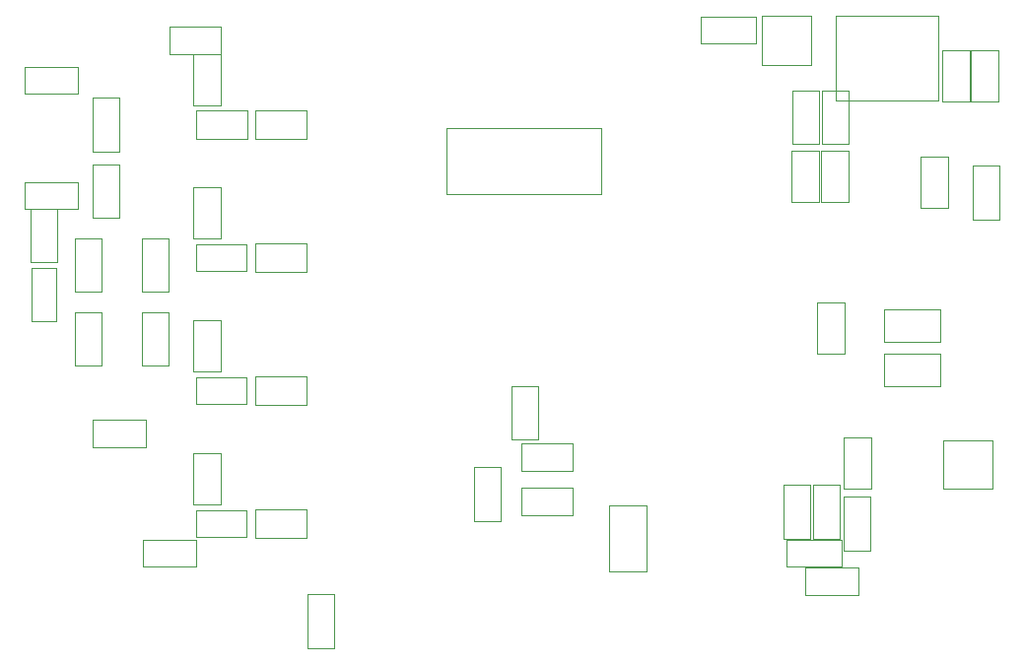
<source format=gbr>
G04 #@! TF.FileFunction,Other,User*
%FSLAX46Y46*%
G04 Gerber Fmt 4.6, Leading zero omitted, Abs format (unit mm)*
G04 Created by KiCad (PCBNEW 4.0.7) date 09/09/18 14:09:12*
%MOMM*%
%LPD*%
G01*
G04 APERTURE LIST*
%ADD10C,0.100000*%
%ADD11C,0.050000*%
G04 APERTURE END LIST*
D10*
D11*
X205006520Y-69440480D02*
X205006520Y-65240480D01*
X209206520Y-69440480D02*
X209206520Y-65240480D01*
X209206520Y-65240480D02*
X205006520Y-65240480D01*
X209206520Y-69440480D02*
X205006520Y-69440480D01*
X208743520Y-114972480D02*
X213343520Y-114972480D01*
X208743520Y-112672480D02*
X213343520Y-112672480D01*
X208743520Y-114972480D02*
X208743520Y-112672480D01*
X213343520Y-114972480D02*
X213343520Y-112672480D01*
X206845520Y-105503480D02*
X206845520Y-110203480D01*
X206845520Y-110203480D02*
X209145520Y-110203480D01*
X209145520Y-110203480D02*
X209145520Y-105503480D01*
X206845520Y-105503480D02*
X209145520Y-105503480D01*
X211685520Y-110203480D02*
X211685520Y-105503480D01*
X211685520Y-105503480D02*
X209385520Y-105503480D01*
X209385520Y-105503480D02*
X209385520Y-110203480D01*
X211685520Y-110203480D02*
X209385520Y-110203480D01*
X220301520Y-97061480D02*
X215501520Y-97061480D01*
X215501520Y-97061480D02*
X215501520Y-94261480D01*
X220301520Y-94261480D02*
X220301520Y-97061480D01*
X220301520Y-94261480D02*
X215501520Y-94261480D01*
X220301520Y-93251480D02*
X215501520Y-93251480D01*
X215501520Y-93251480D02*
X215501520Y-90451480D01*
X220301520Y-90451480D02*
X220301520Y-93251480D01*
X220301520Y-90451480D02*
X215501520Y-90451480D01*
X209716520Y-89905480D02*
X209716520Y-94305480D01*
X212116520Y-89905480D02*
X212116520Y-94305480D01*
X209716520Y-89905480D02*
X212116520Y-89905480D01*
X209716520Y-94305480D02*
X212116520Y-94305480D01*
X154106520Y-68540480D02*
X158506520Y-68540480D01*
X154106520Y-66140480D02*
X158506520Y-66140480D01*
X154106520Y-68540480D02*
X154106520Y-66140480D01*
X158506520Y-68540480D02*
X158506520Y-66140480D01*
X221006520Y-81732480D02*
X221006520Y-77332480D01*
X218606520Y-81732480D02*
X218606520Y-77332480D01*
X221006520Y-81732480D02*
X218606520Y-81732480D01*
X221006520Y-77332480D02*
X218606520Y-77332480D01*
X224827520Y-105889480D02*
X220627520Y-105889480D01*
X224827520Y-101689480D02*
X220627520Y-101689480D01*
X220627520Y-101689480D02*
X220627520Y-105889480D01*
X224827520Y-101689480D02*
X224827520Y-105889480D01*
X207169520Y-112559480D02*
X211869520Y-112559480D01*
X211869520Y-112559480D02*
X211869520Y-110259480D01*
X211869520Y-110259480D02*
X207169520Y-110259480D01*
X207169520Y-112559480D02*
X207169520Y-110259480D01*
X214352520Y-111169480D02*
X214352520Y-106569480D01*
X212052520Y-111169480D02*
X212052520Y-106569480D01*
X214352520Y-111169480D02*
X212052520Y-111169480D01*
X214352520Y-106569480D02*
X212052520Y-106569480D01*
X214402520Y-105862480D02*
X214402520Y-101462480D01*
X212002520Y-105862480D02*
X212002520Y-101462480D01*
X214402520Y-105862480D02*
X212002520Y-105862480D01*
X214402520Y-101462480D02*
X212002520Y-101462480D01*
X223101520Y-78121480D02*
X223101520Y-82721480D01*
X225401520Y-78121480D02*
X225401520Y-82721480D01*
X223101520Y-78121480D02*
X225401520Y-78121480D01*
X223101520Y-82721480D02*
X225401520Y-82721480D01*
X225324520Y-72588480D02*
X225324520Y-68188480D01*
X222924520Y-72588480D02*
X222924520Y-68188480D01*
X225324520Y-72588480D02*
X222924520Y-72588480D01*
X225324520Y-68188480D02*
X222924520Y-68188480D01*
X220511520Y-68188480D02*
X220511520Y-72588480D01*
X222911520Y-68188480D02*
X222911520Y-72588480D01*
X220511520Y-68188480D02*
X222911520Y-68188480D01*
X220511520Y-72588480D02*
X222911520Y-72588480D01*
X212497520Y-81224480D02*
X212497520Y-76824480D01*
X210097520Y-81224480D02*
X210097520Y-76824480D01*
X212497520Y-81224480D02*
X210097520Y-81224480D01*
X212497520Y-76824480D02*
X210097520Y-76824480D01*
X209957520Y-81224480D02*
X209957520Y-76824480D01*
X207557520Y-81224480D02*
X207557520Y-76824480D01*
X209957520Y-81224480D02*
X207557520Y-81224480D01*
X209957520Y-76824480D02*
X207557520Y-76824480D01*
X210147520Y-71644480D02*
X210147520Y-76244480D01*
X212447520Y-71644480D02*
X212447520Y-76244480D01*
X210147520Y-71644480D02*
X212447520Y-71644480D01*
X210147520Y-76244480D02*
X212447520Y-76244480D01*
X207607520Y-71644480D02*
X207607520Y-76244480D01*
X209907520Y-71644480D02*
X209907520Y-76244480D01*
X207607520Y-71644480D02*
X209907520Y-71644480D01*
X207607520Y-76244480D02*
X209907520Y-76244480D01*
X211342520Y-65264480D02*
X220142520Y-65264480D01*
X211342520Y-72464480D02*
X211342520Y-65264480D01*
X220142520Y-72464480D02*
X211342520Y-72464480D01*
X220142520Y-65264480D02*
X220142520Y-72464480D01*
X204503520Y-65301480D02*
X199803520Y-65301480D01*
X199803520Y-65301480D02*
X199803520Y-67601480D01*
X199803520Y-67601480D02*
X204503520Y-67601480D01*
X204503520Y-65301480D02*
X204503520Y-67601480D01*
X177947520Y-74884480D02*
X191247520Y-74884480D01*
X191247520Y-74884480D02*
X191247520Y-80584480D01*
X191247520Y-80584480D02*
X177947520Y-80584480D01*
X177947520Y-80584480D02*
X177947520Y-74884480D01*
X183477520Y-97044480D02*
X183477520Y-101644480D01*
X185777520Y-97044480D02*
X185777520Y-101644480D01*
X183477520Y-97044480D02*
X185777520Y-97044480D01*
X183477520Y-101644480D02*
X185777520Y-101644480D01*
X184332520Y-104354480D02*
X188732520Y-104354480D01*
X184332520Y-101954480D02*
X188732520Y-101954480D01*
X184332520Y-104354480D02*
X184332520Y-101954480D01*
X188732520Y-104354480D02*
X188732520Y-101954480D01*
X184332520Y-108164480D02*
X188732520Y-108164480D01*
X184332520Y-105764480D02*
X188732520Y-105764480D01*
X184332520Y-108164480D02*
X184332520Y-105764480D01*
X188732520Y-108164480D02*
X188732520Y-105764480D01*
X180302520Y-104029480D02*
X180302520Y-108629480D01*
X182602520Y-104029480D02*
X182602520Y-108629480D01*
X180302520Y-104029480D02*
X182602520Y-104029480D01*
X180302520Y-108629480D02*
X182602520Y-108629480D01*
X165951520Y-114951480D02*
X165951520Y-119551480D01*
X168251520Y-114951480D02*
X168251520Y-119551480D01*
X165951520Y-114951480D02*
X168251520Y-114951480D01*
X165951520Y-119551480D02*
X168251520Y-119551480D01*
X158522520Y-107259480D02*
X158522520Y-102859480D01*
X156122520Y-107259480D02*
X156122520Y-102859480D01*
X158522520Y-107259480D02*
X156122520Y-107259480D01*
X158522520Y-102859480D02*
X156122520Y-102859480D01*
X151847520Y-112559480D02*
X156447520Y-112559480D01*
X151847520Y-110259480D02*
X156447520Y-110259480D01*
X151847520Y-112559480D02*
X151847520Y-110259480D01*
X156447520Y-112559480D02*
X156447520Y-110259480D01*
X152129520Y-99972480D02*
X147529520Y-99972480D01*
X152129520Y-102272480D02*
X147529520Y-102272480D01*
X152129520Y-99972480D02*
X152129520Y-102272480D01*
X147529520Y-99972480D02*
X147529520Y-102272480D01*
X161472520Y-98639480D02*
X165872520Y-98639480D01*
X161472520Y-96239480D02*
X165872520Y-96239480D01*
X161472520Y-98639480D02*
X161472520Y-96239480D01*
X165872520Y-98639480D02*
X165872520Y-96239480D01*
X158522520Y-95829480D02*
X158522520Y-91429480D01*
X156122520Y-95829480D02*
X156122520Y-91429480D01*
X158522520Y-95829480D02*
X156122520Y-95829480D01*
X158522520Y-91429480D02*
X156122520Y-91429480D01*
X154027520Y-95294480D02*
X154027520Y-90694480D01*
X151727520Y-95294480D02*
X151727520Y-90694480D01*
X154027520Y-95294480D02*
X151727520Y-95294480D01*
X154027520Y-90694480D02*
X151727520Y-90694480D01*
X148312520Y-95294480D02*
X148312520Y-90694480D01*
X146012520Y-95294480D02*
X146012520Y-90694480D01*
X148312520Y-95294480D02*
X146012520Y-95294480D01*
X148312520Y-90694480D02*
X146012520Y-90694480D01*
X146012520Y-84344480D02*
X146012520Y-88944480D01*
X148312520Y-84344480D02*
X148312520Y-88944480D01*
X146012520Y-84344480D02*
X148312520Y-84344480D01*
X146012520Y-88944480D02*
X148312520Y-88944480D01*
X151727520Y-84344480D02*
X151727520Y-88944480D01*
X154027520Y-84344480D02*
X154027520Y-88944480D01*
X151727520Y-84344480D02*
X154027520Y-84344480D01*
X151727520Y-88944480D02*
X154027520Y-88944480D01*
X161472520Y-87209480D02*
X165872520Y-87209480D01*
X161472520Y-84809480D02*
X165872520Y-84809480D01*
X161472520Y-87209480D02*
X161472520Y-84809480D01*
X165872520Y-87209480D02*
X165872520Y-84809480D01*
X158522520Y-84399480D02*
X158522520Y-79999480D01*
X156122520Y-84399480D02*
X156122520Y-79999480D01*
X158522520Y-84399480D02*
X156122520Y-84399480D01*
X158522520Y-79999480D02*
X156122520Y-79999480D01*
X156392520Y-75779480D02*
X160792520Y-75779480D01*
X156392520Y-73379480D02*
X160792520Y-73379480D01*
X156392520Y-75779480D02*
X156392520Y-73379480D01*
X160792520Y-75779480D02*
X160792520Y-73379480D01*
X161472520Y-75779480D02*
X165872520Y-75779480D01*
X161472520Y-73379480D02*
X165872520Y-73379480D01*
X161472520Y-75779480D02*
X161472520Y-73379480D01*
X165872520Y-75779480D02*
X165872520Y-73379480D01*
X146287520Y-79525480D02*
X141687520Y-79525480D01*
X146287520Y-81825480D02*
X141687520Y-81825480D01*
X146287520Y-79525480D02*
X146287520Y-81825480D01*
X141687520Y-79525480D02*
X141687520Y-81825480D01*
X144502520Y-86404480D02*
X144502520Y-81804480D01*
X142202520Y-86404480D02*
X142202520Y-81804480D01*
X144502520Y-86404480D02*
X142202520Y-86404480D01*
X144502520Y-81804480D02*
X142202520Y-81804480D01*
X147536520Y-77994480D02*
X147536520Y-82594480D01*
X149836520Y-77994480D02*
X149836520Y-82594480D01*
X147536520Y-77994480D02*
X149836520Y-77994480D01*
X147536520Y-82594480D02*
X149836520Y-82594480D01*
X149836520Y-76879480D02*
X149836520Y-72279480D01*
X147536520Y-76879480D02*
X147536520Y-72279480D01*
X149836520Y-76879480D02*
X147536520Y-76879480D01*
X149836520Y-72279480D02*
X147536520Y-72279480D01*
X158522520Y-72969480D02*
X158522520Y-68569480D01*
X156122520Y-72969480D02*
X156122520Y-68569480D01*
X158522520Y-72969480D02*
X156122520Y-72969480D01*
X158522520Y-68569480D02*
X156122520Y-68569480D01*
X146287520Y-69619480D02*
X141687520Y-69619480D01*
X146287520Y-71919480D02*
X141687520Y-71919480D01*
X146287520Y-69619480D02*
X146287520Y-71919480D01*
X141687520Y-69619480D02*
X141687520Y-71919480D01*
X156442520Y-87119480D02*
X160742520Y-87119480D01*
X156442520Y-87119480D02*
X156442520Y-84909480D01*
X160742520Y-84909480D02*
X160742520Y-87119480D01*
X160742520Y-84909480D02*
X156442520Y-84909480D01*
X156442520Y-98549480D02*
X160742520Y-98549480D01*
X156442520Y-98549480D02*
X156442520Y-96339480D01*
X160742520Y-96339480D02*
X160742520Y-98549480D01*
X160742520Y-96339480D02*
X156442520Y-96339480D01*
X161472520Y-110069480D02*
X165872520Y-110069480D01*
X161472520Y-107669480D02*
X165872520Y-107669480D01*
X161472520Y-110069480D02*
X161472520Y-107669480D01*
X165872520Y-110069480D02*
X165872520Y-107669480D01*
X156442520Y-109979480D02*
X160742520Y-109979480D01*
X156442520Y-109979480D02*
X156442520Y-107769480D01*
X160742520Y-107769480D02*
X160742520Y-109979480D01*
X160742520Y-107769480D02*
X156442520Y-107769480D01*
X195117520Y-107269480D02*
X195117520Y-112969480D01*
X195117520Y-112969480D02*
X191917520Y-112969480D01*
X191917520Y-112969480D02*
X191917520Y-107269480D01*
X191917520Y-107269480D02*
X195117520Y-107269480D01*
X144402520Y-91434480D02*
X144402520Y-86934480D01*
X144402520Y-91434480D02*
X142302520Y-91434480D01*
X142302520Y-86934480D02*
X144402520Y-86934480D01*
X142302520Y-86934480D02*
X142302520Y-91434480D01*
M02*

</source>
